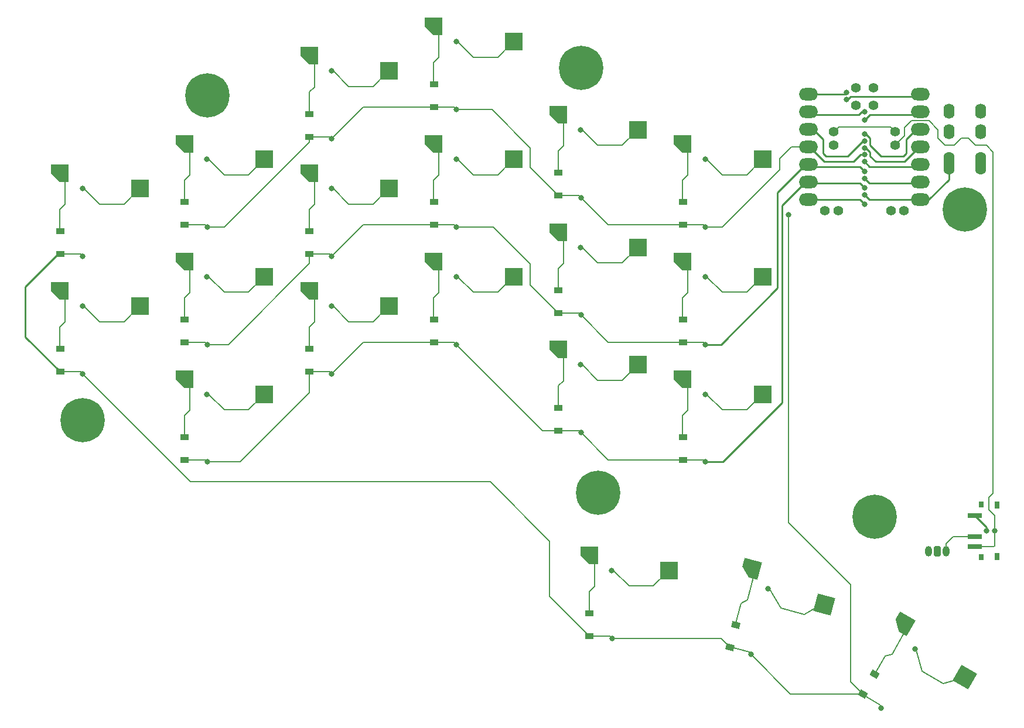
<source format=gbl>
G04 #@! TF.GenerationSoftware,KiCad,Pcbnew,(6.0.5-0)*
G04 #@! TF.CreationDate,2023-02-07T22:55:57+01:00*
G04 #@! TF.ProjectId,awokb,61776f6b-622e-46b6-9963-61645f706362,rev?*
G04 #@! TF.SameCoordinates,Original*
G04 #@! TF.FileFunction,Copper,L2,Bot*
G04 #@! TF.FilePolarity,Positive*
%FSLAX46Y46*%
G04 Gerber Fmt 4.6, Leading zero omitted, Abs format (unit mm)*
G04 Created by KiCad (PCBNEW (6.0.5-0)) date 2023-02-07 22:55:57*
%MOMM*%
%LPD*%
G01*
G04 APERTURE LIST*
G04 Aperture macros list*
%AMRoundRect*
0 Rectangle with rounded corners*
0 $1 Rounding radius*
0 $2 $3 $4 $5 $6 $7 $8 $9 X,Y pos of 4 corners*
0 Add a 4 corners polygon primitive as box body*
4,1,4,$2,$3,$4,$5,$6,$7,$8,$9,$2,$3,0*
0 Add four circle primitives for the rounded corners*
1,1,$1+$1,$2,$3*
1,1,$1+$1,$4,$5*
1,1,$1+$1,$6,$7*
1,1,$1+$1,$8,$9*
0 Add four rect primitives between the rounded corners*
20,1,$1+$1,$2,$3,$4,$5,0*
20,1,$1+$1,$4,$5,$6,$7,0*
20,1,$1+$1,$6,$7,$8,$9,0*
20,1,$1+$1,$8,$9,$2,$3,0*%
%AMRotRect*
0 Rectangle, with rotation*
0 The origin of the aperture is its center*
0 $1 length*
0 $2 width*
0 $3 Rotation angle, in degrees counterclockwise*
0 Add horizontal line*
21,1,$1,$2,0,0,$3*%
%AMOutline5P*
0 Free polygon, 5 corners , with rotation*
0 The origin of the aperture is its center*
0 number of corners: always 5*
0 $1 to $10 corner X, Y*
0 $11 Rotation angle, in degrees counterclockwise*
0 create outline with 5 corners*
4,1,5,$1,$2,$3,$4,$5,$6,$7,$8,$9,$10,$1,$2,$11*%
%AMOutline6P*
0 Free polygon, 6 corners , with rotation*
0 The origin of the aperture is its center*
0 number of corners: always 6*
0 $1 to $12 corner X, Y*
0 $13 Rotation angle, in degrees counterclockwise*
0 create outline with 6 corners*
4,1,6,$1,$2,$3,$4,$5,$6,$7,$8,$9,$10,$11,$12,$1,$2,$13*%
%AMOutline7P*
0 Free polygon, 7 corners , with rotation*
0 The origin of the aperture is its center*
0 number of corners: always 7*
0 $1 to $14 corner X, Y*
0 $15 Rotation angle, in degrees counterclockwise*
0 create outline with 7 corners*
4,1,7,$1,$2,$3,$4,$5,$6,$7,$8,$9,$10,$11,$12,$13,$14,$1,$2,$15*%
%AMOutline8P*
0 Free polygon, 8 corners , with rotation*
0 The origin of the aperture is its center*
0 number of corners: always 8*
0 $1 to $16 corner X, Y*
0 $17 Rotation angle, in degrees counterclockwise*
0 create outline with 8 corners*
4,1,8,$1,$2,$3,$4,$5,$6,$7,$8,$9,$10,$11,$12,$13,$14,$15,$16,$1,$2,$17*%
G04 Aperture macros list end*
G04 #@! TA.AperFunction,SMDPad,CuDef*
%ADD10RotRect,2.600000X2.600000X165.000000*%
G04 #@! TD*
G04 #@! TA.AperFunction,SMDPad,CuDef*
%ADD11RotRect,0.900000X1.200000X75.000000*%
G04 #@! TD*
G04 #@! TA.AperFunction,SMDPad,CuDef*
%ADD12Outline5P,-1.300000X1.300000X0.000000X1.300000X1.300000X0.000000X1.300000X-1.300000X-1.300000X-1.300000X165.000000*%
G04 #@! TD*
G04 #@! TA.AperFunction,SMDPad,CuDef*
%ADD13R,2.600000X2.600000*%
G04 #@! TD*
G04 #@! TA.AperFunction,SMDPad,CuDef*
%ADD14R,1.200000X0.900000*%
G04 #@! TD*
G04 #@! TA.AperFunction,SMDPad,CuDef*
%ADD15Outline5P,-1.300000X1.300000X0.000000X1.300000X1.300000X0.000000X1.300000X-1.300000X-1.300000X-1.300000X180.000000*%
G04 #@! TD*
G04 #@! TA.AperFunction,ComponentPad*
%ADD16O,1.600000X3.300000*%
G04 #@! TD*
G04 #@! TA.AperFunction,ComponentPad*
%ADD17O,1.600000X2.200000*%
G04 #@! TD*
G04 #@! TA.AperFunction,ComponentPad*
%ADD18C,0.800000*%
G04 #@! TD*
G04 #@! TA.AperFunction,ComponentPad*
%ADD19C,6.400000*%
G04 #@! TD*
G04 #@! TA.AperFunction,SMDPad,CuDef*
%ADD20RotRect,2.600000X2.600000X150.000000*%
G04 #@! TD*
G04 #@! TA.AperFunction,SMDPad,CuDef*
%ADD21RotRect,0.900000X1.200000X60.000000*%
G04 #@! TD*
G04 #@! TA.AperFunction,SMDPad,CuDef*
%ADD22Outline5P,-1.300000X1.300000X0.000000X1.300000X1.300000X0.000000X1.300000X-1.300000X-1.300000X-1.300000X150.000000*%
G04 #@! TD*
G04 #@! TA.AperFunction,SMDPad,CuDef*
%ADD23R,2.000000X0.800000*%
G04 #@! TD*
G04 #@! TA.AperFunction,SMDPad,CuDef*
%ADD24R,0.800000X1.000000*%
G04 #@! TD*
G04 #@! TA.AperFunction,SMDPad,CuDef*
%ADD25R,0.800000X0.900000*%
G04 #@! TD*
G04 #@! TA.AperFunction,ComponentPad*
%ADD26RoundRect,0.208333X0.291667X0.541667X-0.291667X0.541667X-0.291667X-0.541667X0.291667X-0.541667X0*%
G04 #@! TD*
G04 #@! TA.AperFunction,ComponentPad*
%ADD27O,1.000000X1.500000*%
G04 #@! TD*
G04 #@! TA.AperFunction,SMDPad,CuDef*
%ADD28O,2.750000X1.800000*%
G04 #@! TD*
G04 #@! TA.AperFunction,ComponentPad*
%ADD29C,1.397000*%
G04 #@! TD*
G04 #@! TA.AperFunction,ViaPad*
%ADD30C,0.800000*%
G04 #@! TD*
G04 #@! TA.AperFunction,Conductor*
%ADD31C,0.200000*%
G04 #@! TD*
G04 #@! TA.AperFunction,Conductor*
%ADD32C,0.250000*%
G04 #@! TD*
G04 APERTURE END LIST*
D10*
X140156903Y-131638509D03*
D11*
X126565827Y-137831915D03*
D12*
X129569861Y-126524112D03*
D11*
X127419929Y-134644359D03*
D13*
X95275005Y-84250000D03*
D14*
X83750005Y-93750000D03*
X83750005Y-90450000D03*
D15*
X83725005Y-82050000D03*
D16*
X158205000Y-67832500D03*
X162805000Y-67832500D03*
D17*
X158205000Y-63292500D03*
X162805000Y-63292500D03*
X162805000Y-60292500D03*
X158205000Y-60292500D03*
D18*
X102600000Y-54000000D03*
D19*
X105000000Y-54000000D03*
D18*
X103302944Y-55697056D03*
X106697056Y-55697056D03*
X105000000Y-56400000D03*
X107400000Y-54000000D03*
X105000000Y-51600000D03*
X103302944Y-52302944D03*
X106697056Y-52302944D03*
D13*
X77275012Y-88499994D03*
D14*
X65750012Y-97999994D03*
D15*
X65725012Y-86299994D03*
D14*
X65750012Y-94699994D03*
D19*
X147500000Y-119000000D03*
D13*
X95275004Y-67249994D03*
D14*
X83750004Y-76749994D03*
D15*
X83725004Y-65049994D03*
D14*
X83750004Y-73449994D03*
D13*
X59275003Y-101249998D03*
D14*
X47750003Y-110749998D03*
X47750003Y-107449998D03*
D15*
X47725003Y-99049998D03*
D13*
X113275005Y-62999995D03*
D14*
X101750005Y-72499995D03*
X101750005Y-69199995D03*
D15*
X101725005Y-60799995D03*
D13*
X131275002Y-101249992D03*
D14*
X119750002Y-110749992D03*
X119750002Y-107449992D03*
D15*
X119725002Y-99049992D03*
D13*
X113275007Y-97000004D03*
D14*
X101750007Y-106500004D03*
D15*
X101725007Y-94800004D03*
D14*
X101750007Y-103200004D03*
D13*
X95274996Y-50249992D03*
D14*
X83749996Y-59749992D03*
X83749996Y-56449992D03*
D15*
X83724996Y-48049992D03*
D13*
X117775006Y-126749998D03*
D14*
X106250006Y-136249998D03*
X106250006Y-132949998D03*
D15*
X106225006Y-124549998D03*
D13*
X131275004Y-67249988D03*
D14*
X119750004Y-76749988D03*
X119750004Y-73449988D03*
D15*
X119725004Y-65049988D03*
D13*
X41275004Y-88499997D03*
D14*
X29750004Y-97999997D03*
D15*
X29725004Y-86299997D03*
D14*
X29750004Y-94699997D03*
D20*
X160510926Y-142153298D03*
D21*
X145779983Y-144618039D03*
D22*
X151608333Y-134473042D03*
D21*
X147429983Y-141760155D03*
D13*
X59275000Y-67250000D03*
D14*
X47750000Y-76750000D03*
D15*
X47725000Y-65050000D03*
D14*
X47750000Y-73450000D03*
D13*
X77275010Y-71499988D03*
D14*
X65750010Y-80999988D03*
X65750010Y-77699988D03*
D15*
X65725010Y-69299988D03*
D18*
X158802944Y-76197056D03*
X162197056Y-72802944D03*
X158100000Y-74500000D03*
D19*
X160500000Y-74500000D03*
D18*
X162900000Y-74500000D03*
X160500000Y-76900000D03*
X162197056Y-76197056D03*
X158802944Y-72802944D03*
X160500000Y-72100000D03*
D13*
X131275003Y-84249993D03*
D14*
X119750003Y-93749993D03*
X119750003Y-90449993D03*
D15*
X119725003Y-82049993D03*
D18*
X34697056Y-106697056D03*
X33000000Y-107400000D03*
D19*
X33000000Y-105000000D03*
D18*
X30600000Y-105000000D03*
X34697056Y-103302944D03*
X31302944Y-106697056D03*
X33000000Y-102600000D03*
X31302944Y-103302944D03*
X35400000Y-105000000D03*
D19*
X51000000Y-58000000D03*
D18*
X52697056Y-56302944D03*
X53400000Y-58000000D03*
X49302944Y-59697056D03*
X51000000Y-55600000D03*
X51000000Y-60400000D03*
X52697056Y-59697056D03*
X49302944Y-56302944D03*
X48600000Y-58000000D03*
X105100000Y-115500000D03*
X105802944Y-113802944D03*
X107500000Y-113100000D03*
X109197056Y-113802944D03*
X107500000Y-117900000D03*
D19*
X107500000Y-115500000D03*
D18*
X109900000Y-115500000D03*
X109197056Y-117197056D03*
X105802944Y-117197056D03*
D13*
X113275006Y-80000002D03*
D14*
X101750006Y-89500002D03*
X101750006Y-86200002D03*
D15*
X101725006Y-77800002D03*
D13*
X41275007Y-71499997D03*
D14*
X29750007Y-80999997D03*
D15*
X29725007Y-69299997D03*
D14*
X29750007Y-77699997D03*
D23*
X161900000Y-121823000D03*
D24*
X165125000Y-117250000D03*
D25*
X162875000Y-117200000D03*
X162875000Y-124800000D03*
D24*
X165125000Y-124750000D03*
D23*
X161900000Y-123323000D03*
X161900000Y-118823000D03*
D19*
X147500000Y-119000000D03*
D18*
X147500000Y-121400000D03*
X147500000Y-116600000D03*
X145802944Y-117302944D03*
X149197056Y-120697056D03*
X149900000Y-119000000D03*
X145100000Y-119000000D03*
X149197056Y-117302944D03*
X145802944Y-120697056D03*
D13*
X77275006Y-54499999D03*
D14*
X65750006Y-63999999D03*
X65750006Y-60699999D03*
D15*
X65725006Y-52299999D03*
D26*
X156500000Y-124000000D03*
D27*
X155250000Y-124000000D03*
X157750000Y-124000000D03*
D28*
X154094960Y-57880000D03*
X154094960Y-60420000D03*
X154094960Y-62960000D03*
X154094960Y-65500000D03*
X154094960Y-68040000D03*
X154094960Y-70580000D03*
X154094960Y-73120000D03*
X137905040Y-73120000D03*
X137905040Y-70580000D03*
X137905040Y-68040000D03*
X137905040Y-65500000D03*
X137905040Y-62960000D03*
X137905040Y-60420000D03*
X137905040Y-57880000D03*
D29*
X147270000Y-56928000D03*
X144730000Y-56928000D03*
X147270000Y-56928000D03*
X144730000Y-56928000D03*
X147270000Y-59468000D03*
X144730000Y-59468000D03*
X144730000Y-59468000D03*
X147270000Y-59468000D03*
X150445000Y-65183000D03*
X141555000Y-65183000D03*
X141555000Y-63278000D03*
X150445000Y-63278000D03*
X149810000Y-74708000D03*
X142190000Y-74708000D03*
X151715000Y-74708000D03*
X140285000Y-74708000D03*
D13*
X59275006Y-84250000D03*
D14*
X47750006Y-93750000D03*
D15*
X47725006Y-82050000D03*
D14*
X47750006Y-90450000D03*
D30*
X146000000Y-72400000D03*
X146000000Y-73800000D03*
X146000000Y-60400000D03*
X143400000Y-57600000D03*
X146000000Y-64600000D03*
X50975000Y-84250000D03*
X50975000Y-67250000D03*
X50975000Y-101250000D03*
X32975000Y-71500000D03*
X143400000Y-58600000D03*
X105000000Y-72800000D03*
X51000000Y-77050000D03*
X146000000Y-66600000D03*
X123000000Y-77050000D03*
X69000000Y-64300000D03*
X87000000Y-60050000D03*
X51000000Y-94050000D03*
X87000000Y-77050000D03*
X146000000Y-69000000D03*
X69000000Y-81300000D03*
X123000000Y-94050000D03*
X105000000Y-89800000D03*
X105000000Y-106800000D03*
X146000000Y-71400000D03*
X69000000Y-98300000D03*
X51000000Y-111050000D03*
X87000000Y-94050000D03*
X123000000Y-111050000D03*
X146000000Y-70000000D03*
X135000000Y-75300000D03*
X33000000Y-81300000D03*
X109500000Y-136550000D03*
X129561613Y-138880940D03*
X33000000Y-98300000D03*
X148414583Y-146634808D03*
X68975000Y-71500000D03*
X146000000Y-61600000D03*
X32975000Y-88500000D03*
X68975000Y-54500000D03*
X68975000Y-88500000D03*
X109475000Y-126750000D03*
X86975000Y-84250000D03*
X86975000Y-50250000D03*
X86975000Y-67250000D03*
X146000000Y-63600000D03*
X104975000Y-80000000D03*
X104975000Y-97000000D03*
X104975000Y-63000000D03*
X132073891Y-129408396D03*
X146000000Y-65600000D03*
X122975000Y-84250000D03*
X153292931Y-138135259D03*
X122975000Y-67250000D03*
X146000000Y-67600000D03*
X122975000Y-101250000D03*
X164800000Y-121000000D03*
X163600000Y-121000000D03*
D31*
X30475000Y-73800000D02*
X30475000Y-70125000D01*
X65725000Y-91550000D02*
X66475000Y-90800000D01*
X83725000Y-53300000D02*
X84475000Y-52550000D01*
X83725000Y-56500000D02*
X83725000Y-53300000D01*
X48475000Y-69550000D02*
X48475000Y-65875000D01*
X65725000Y-57550000D02*
X66475000Y-56800000D01*
X101725000Y-86250000D02*
X101725000Y-83050000D01*
X48475000Y-86550000D02*
X48475000Y-82875000D01*
X101725000Y-100050000D02*
X102475000Y-99300000D01*
X119725000Y-90500000D02*
X119725000Y-87300000D01*
X30475000Y-87125000D02*
X29700000Y-86350000D01*
X119725000Y-70300000D02*
X120475000Y-69550000D01*
X101725000Y-66050000D02*
X102475000Y-65300000D01*
X47725000Y-73500000D02*
X47725000Y-70300000D01*
X47725000Y-104300000D02*
X48475000Y-103550000D01*
X83725000Y-73500000D02*
X83725000Y-70300000D01*
X48475000Y-103550000D02*
X48475000Y-99875000D01*
X47725000Y-70300000D02*
X48475000Y-69550000D01*
X120475000Y-65875000D02*
X119700000Y-65100000D01*
X101725000Y-103250000D02*
X101725000Y-100050000D01*
X129063794Y-130982978D02*
X130014954Y-127433201D01*
X106225000Y-133000000D02*
X106225000Y-129800000D01*
X84475000Y-48875000D02*
X83700000Y-48100000D01*
X84475000Y-52550000D02*
X84475000Y-48875000D01*
X120475000Y-103550000D02*
X120475000Y-99875000D01*
X101725000Y-83050000D02*
X102475000Y-82300000D01*
X65725000Y-77750000D02*
X65725000Y-74550000D01*
X119725000Y-104300000D02*
X120475000Y-103550000D01*
X102475000Y-78625000D02*
X101700000Y-77850000D01*
X30475000Y-90800000D02*
X30475000Y-87125000D01*
X148953349Y-139151636D02*
X149977869Y-138877118D01*
X30475000Y-70125000D02*
X29700000Y-69350000D01*
X29725000Y-77750000D02*
X29725000Y-74550000D01*
X120475000Y-82875000D02*
X119700000Y-82100000D01*
X47725000Y-107500000D02*
X47725000Y-104300000D01*
X66475000Y-73800000D02*
X66475000Y-70125000D01*
X106975000Y-125375000D02*
X106200000Y-124600000D01*
X106975000Y-129050000D02*
X106975000Y-125375000D01*
X119725000Y-73500000D02*
X119725000Y-70300000D01*
X84475000Y-86550000D02*
X84475000Y-82875000D01*
X66475000Y-87125000D02*
X65700000Y-86350000D01*
X130014954Y-127433201D02*
X129466946Y-126484023D01*
X47725000Y-87300000D02*
X48475000Y-86550000D01*
X102475000Y-65300000D02*
X102475000Y-61625000D01*
X120475000Y-86550000D02*
X120475000Y-82875000D01*
X48475000Y-82875000D02*
X47700000Y-82100000D01*
X119725000Y-87300000D02*
X120475000Y-86550000D01*
X127317013Y-134604270D02*
X128145235Y-131513308D01*
X47725000Y-90500000D02*
X47725000Y-87300000D01*
X120475000Y-69550000D02*
X120475000Y-65875000D01*
X120475000Y-99875000D02*
X119700000Y-99100000D01*
X48475000Y-65875000D02*
X47700000Y-65100000D01*
X102475000Y-95625000D02*
X101700000Y-94850000D01*
X83725000Y-87300000D02*
X84475000Y-86550000D01*
X66475000Y-56800000D02*
X66475000Y-53125000D01*
X29725000Y-91550000D02*
X30475000Y-90800000D01*
X65725000Y-60750000D02*
X65725000Y-57550000D01*
X66475000Y-70125000D02*
X65700000Y-69350000D01*
X101725000Y-69250000D02*
X101725000Y-66050000D01*
X106225000Y-129800000D02*
X106975000Y-129050000D01*
X65725000Y-74550000D02*
X66475000Y-73800000D01*
X102475000Y-99300000D02*
X102475000Y-95625000D01*
X128145235Y-131513308D02*
X129063794Y-130982978D01*
X83725000Y-90500000D02*
X83725000Y-87300000D01*
X149977869Y-138877118D02*
X151815369Y-135694475D01*
X102475000Y-61625000D02*
X101700000Y-60850000D01*
X84475000Y-65875000D02*
X83700000Y-65100000D01*
X84475000Y-82875000D02*
X83700000Y-82100000D01*
X48475000Y-99875000D02*
X47700000Y-99100000D01*
X84475000Y-69550000D02*
X84475000Y-65875000D01*
X147353349Y-141922917D02*
X148953349Y-139151636D01*
X66475000Y-53125000D02*
X65700000Y-52350000D01*
X102475000Y-82300000D02*
X102475000Y-78625000D01*
X29725000Y-74550000D02*
X30475000Y-73800000D01*
X66475000Y-90800000D02*
X66475000Y-87125000D01*
X151815369Y-135694475D02*
X151531698Y-134635804D01*
X65725000Y-94750000D02*
X65725000Y-91550000D01*
X29725000Y-94750000D02*
X29725000Y-91550000D01*
X83725000Y-70300000D02*
X84475000Y-69550000D01*
X119725000Y-107500000D02*
X119725000Y-104300000D01*
D32*
X154569960Y-73120000D02*
X146720000Y-73120000D01*
X154569960Y-73120000D02*
X155280000Y-73120000D01*
X146720000Y-73120000D02*
X146000000Y-72400000D01*
X155280000Y-73120000D02*
X158205000Y-70195000D01*
X158205000Y-70195000D02*
X158205000Y-67832500D01*
X145320000Y-73120000D02*
X146000000Y-73800000D01*
X137430040Y-73120000D02*
X145320000Y-73120000D01*
X137430040Y-60420000D02*
X138620000Y-60420000D01*
X139000000Y-60800000D02*
X145200000Y-60800000D01*
X138620000Y-60420000D02*
X139000000Y-60800000D01*
X145600000Y-60400000D02*
X146000000Y-60400000D01*
X145200000Y-60800000D02*
X145600000Y-60400000D01*
X143120000Y-57880000D02*
X143400000Y-57600000D01*
X137430040Y-57880000D02*
X143120000Y-57880000D01*
D31*
X158777000Y-121823000D02*
X157750000Y-122850000D01*
X161900000Y-121823000D02*
X158777000Y-121823000D01*
X157750000Y-122850000D02*
X157750000Y-124000000D01*
D32*
X143600000Y-66800000D02*
X145800000Y-64600000D01*
X140000000Y-66400000D02*
X140400000Y-66800000D01*
X140000000Y-64400000D02*
X140000000Y-66400000D01*
X145800000Y-64600000D02*
X146000000Y-64600000D01*
X137430040Y-62960000D02*
X138560000Y-62960000D01*
X138560000Y-62960000D02*
X140000000Y-64400000D01*
X140400000Y-66800000D02*
X143600000Y-66800000D01*
X143600000Y-58600000D02*
X144000000Y-58200000D01*
D31*
X51200000Y-67250000D02*
X50950000Y-67250000D01*
X38950000Y-73750000D02*
X35450000Y-73750000D01*
X51200000Y-84250000D02*
X50950000Y-84250000D01*
X56950000Y-103500000D02*
X53450000Y-103500000D01*
D32*
X144000000Y-58200000D02*
X154249960Y-58200000D01*
X143400000Y-58600000D02*
X143600000Y-58600000D01*
D31*
X53450000Y-86500000D02*
X51200000Y-84250000D01*
X35450000Y-73750000D02*
X33200000Y-71500000D01*
X59225000Y-101250000D02*
X56975000Y-103500000D01*
X59225000Y-84250000D02*
X56975000Y-86500000D01*
X56950000Y-86500000D02*
X53450000Y-86500000D01*
X56950000Y-69500000D02*
X53450000Y-69500000D01*
X59225000Y-67250000D02*
X56975000Y-69500000D01*
X53450000Y-103500000D02*
X51200000Y-101250000D01*
X51200000Y-101250000D02*
X50950000Y-101250000D01*
X53450000Y-69500000D02*
X51200000Y-67250000D01*
X56975000Y-86500000D02*
X56950000Y-86500000D01*
D32*
X154249960Y-58200000D02*
X154569960Y-57880000D01*
D31*
X33200000Y-71500000D02*
X32950000Y-71500000D01*
X56975000Y-103500000D02*
X56950000Y-103500000D01*
X38975000Y-73750000D02*
X38950000Y-73750000D01*
X56975000Y-69500000D02*
X56950000Y-69500000D01*
X41225000Y-71500000D02*
X38975000Y-73750000D01*
X97700000Y-65600000D02*
X97700000Y-68449990D01*
X92150000Y-60050000D02*
X97700000Y-65600000D01*
X50700000Y-76750000D02*
X51000000Y-77050000D01*
X119750000Y-76750000D02*
X122700000Y-76750000D01*
D32*
X144400000Y-67600000D02*
X145382141Y-66617859D01*
X140200000Y-67600000D02*
X144400000Y-67600000D01*
D31*
X135400000Y-65500000D02*
X137430040Y-65500000D01*
X53450000Y-77050000D02*
X65750006Y-64749994D01*
X125450000Y-77050000D02*
X133700000Y-68800000D01*
D32*
X145382141Y-66617859D02*
X145400000Y-66600000D01*
D31*
X86700000Y-59750000D02*
X87000000Y-60050000D01*
X47750000Y-76750000D02*
X50700000Y-76750000D01*
X65750006Y-64749994D02*
X65750006Y-63999999D01*
X68700000Y-64000000D02*
X69000000Y-64300000D01*
X133700000Y-68800000D02*
X133700000Y-67200000D01*
X122700000Y-76750000D02*
X123000000Y-77050000D01*
X133700000Y-67200000D02*
X135400000Y-65500000D01*
X97700000Y-68449990D02*
X101750005Y-72499995D01*
X104700000Y-72500000D02*
X105000000Y-72800000D01*
D32*
X137430040Y-65500000D02*
X138100000Y-65500000D01*
D31*
X105000000Y-72800000D02*
X108949988Y-76749988D01*
X101750000Y-72500000D02*
X104700000Y-72500000D01*
X87000000Y-60050000D02*
X92150000Y-60050000D01*
D32*
X138100000Y-65500000D02*
X140200000Y-67600000D01*
X145400000Y-66600000D02*
X146000000Y-66600000D01*
D31*
X51000000Y-77050000D02*
X53450000Y-77050000D01*
X73550008Y-59749992D02*
X83749996Y-59749992D01*
X83750000Y-59750000D02*
X86700000Y-59750000D01*
X65750000Y-64000000D02*
X68700000Y-64000000D01*
X69000000Y-64300000D02*
X73550008Y-59749992D01*
X108949988Y-76749988D02*
X119750004Y-76749988D01*
X123000000Y-77050000D02*
X125450000Y-77050000D01*
X104700000Y-89500000D02*
X105000000Y-89800000D01*
X68700000Y-81000000D02*
X69000000Y-81300000D01*
X87000000Y-77050000D02*
X92350000Y-77050000D01*
X73550006Y-76749994D02*
X83750004Y-76749994D01*
X50700000Y-93750000D02*
X51000000Y-94050000D01*
D32*
X133400000Y-72070040D02*
X133400000Y-85900000D01*
D31*
X47750000Y-93750000D02*
X50700000Y-93750000D01*
X54050000Y-94050000D02*
X65750010Y-82349990D01*
D32*
X145320000Y-68320000D02*
X146000000Y-69000000D01*
D31*
X101750000Y-89500000D02*
X104700000Y-89500000D01*
X65750000Y-81000000D02*
X68700000Y-81000000D01*
X119750000Y-93750000D02*
X122700000Y-93750000D01*
X122700000Y-93750000D02*
X123000000Y-94050000D01*
X92350000Y-77050000D02*
X97700000Y-82400000D01*
X108949993Y-93749993D02*
X119750003Y-93749993D01*
X86700000Y-76750000D02*
X87000000Y-77050000D01*
X83750000Y-76750000D02*
X86700000Y-76750000D01*
X51000000Y-94050000D02*
X54050000Y-94050000D01*
X105000000Y-89800000D02*
X108949993Y-93749993D01*
X65750010Y-82349990D02*
X65750010Y-80999988D01*
D32*
X133400000Y-85900000D02*
X125250000Y-94050000D01*
D31*
X97700000Y-85449996D02*
X101750006Y-89500002D01*
D32*
X137430040Y-68320000D02*
X145320000Y-68320000D01*
X125250000Y-94050000D02*
X123000000Y-94050000D01*
X137430040Y-68040000D02*
X133400000Y-72070040D01*
D31*
X97700000Y-82400000D02*
X97700000Y-85449996D01*
X69000000Y-81300000D02*
X73550006Y-76749994D01*
X99450004Y-106500004D02*
X101750007Y-106500004D01*
D32*
X137430040Y-70580000D02*
X134100000Y-73910040D01*
D31*
X68700000Y-98000000D02*
X69000000Y-98300000D01*
X50700000Y-110750000D02*
X51000000Y-111050000D01*
D32*
X134100000Y-102500000D02*
X125550000Y-111050000D01*
D31*
X73550000Y-93750000D02*
X83750005Y-93750000D01*
D32*
X145320000Y-70720000D02*
X146000000Y-71400000D01*
D31*
X87000000Y-94050000D02*
X99450004Y-106500004D01*
X47750000Y-110750000D02*
X50700000Y-110750000D01*
X55750000Y-111050000D02*
X65750012Y-101049988D01*
D32*
X137430040Y-70720000D02*
X145320000Y-70720000D01*
X125550000Y-111050000D02*
X123000000Y-111050000D01*
D31*
X65750000Y-98000000D02*
X68700000Y-98000000D01*
X83750000Y-93750000D02*
X86700000Y-93750000D01*
D32*
X134100000Y-73910040D02*
X134100000Y-102500000D01*
D31*
X101750000Y-106500000D02*
X104700000Y-106500000D01*
X65750012Y-101049988D02*
X65750012Y-97999994D01*
X104700000Y-106500000D02*
X105000000Y-106800000D01*
X69000000Y-98300000D02*
X73550000Y-93750000D01*
X51000000Y-111050000D02*
X55750000Y-111050000D01*
X105000000Y-106800000D02*
X108949992Y-110749992D01*
X122700000Y-110750000D02*
X123000000Y-111050000D01*
X119750000Y-110750000D02*
X122700000Y-110750000D01*
X108949992Y-110749992D02*
X119750002Y-110749992D01*
X86700000Y-93750000D02*
X87000000Y-94050000D01*
X145750000Y-144750000D02*
X148304775Y-146224999D01*
D32*
X29750007Y-80999997D02*
X29400003Y-80999997D01*
D31*
X144000489Y-142838545D02*
X144000489Y-128800489D01*
X32700000Y-81000000D02*
X33000000Y-81300000D01*
X109200000Y-136250000D02*
X109500000Y-136550000D01*
X129349481Y-138513516D02*
X129561613Y-138880940D01*
X106250000Y-136250000D02*
X109200000Y-136250000D01*
X135000000Y-101900000D02*
X135000000Y-75300000D01*
X33000000Y-98300000D02*
X48600000Y-113900000D01*
X100500000Y-122500000D02*
X100500000Y-130499992D01*
X126500000Y-137750000D02*
X129349481Y-138513516D01*
D32*
X29400003Y-80999997D02*
X24700000Y-85700000D01*
D31*
X135800000Y-120600000D02*
X135000000Y-119800000D01*
X29750000Y-81000000D02*
X32700000Y-81000000D01*
X100500000Y-130499992D02*
X106250006Y-136249998D01*
D32*
X154569960Y-70720000D02*
X146720000Y-70720000D01*
X146720000Y-70720000D02*
X146000000Y-70000000D01*
D31*
X144000489Y-128800489D02*
X135800000Y-120600000D01*
D32*
X24700000Y-85700000D02*
X24700000Y-92949993D01*
D31*
X48600000Y-113900000D02*
X91900000Y-113900000D01*
X91900000Y-113900000D02*
X100500000Y-122500000D01*
X135298712Y-144618039D02*
X145779983Y-144618039D01*
X129561613Y-138880940D02*
X135298712Y-144618039D01*
X29750000Y-98000000D02*
X32700000Y-98000000D01*
D32*
X24700000Y-92949993D02*
X29750004Y-97999997D01*
D31*
X109500000Y-136550000D02*
X125283912Y-136550000D01*
X135000000Y-119800000D02*
X135000000Y-101900000D01*
X145779983Y-144618039D02*
X144000489Y-142838545D01*
X32700000Y-98000000D02*
X33000000Y-98300000D01*
X125283912Y-136550000D02*
X126565827Y-137831915D01*
X148304775Y-146224999D02*
X148414583Y-146634808D01*
X33200000Y-88500000D02*
X32950000Y-88500000D01*
X77225000Y-71500000D02*
X74975000Y-73750000D01*
X74975000Y-73750000D02*
X74950000Y-73750000D01*
X74950000Y-56750000D02*
X71450000Y-56750000D01*
D32*
X146800000Y-60800000D02*
X153000000Y-60800000D01*
D31*
X71450000Y-90750000D02*
X69200000Y-88500000D01*
X38950000Y-90750000D02*
X35450000Y-90750000D01*
D32*
X153000000Y-60800000D02*
X153380000Y-60420000D01*
D31*
X35450000Y-90750000D02*
X33200000Y-88500000D01*
X69200000Y-88500000D02*
X68950000Y-88500000D01*
X74950000Y-73750000D02*
X71450000Y-73750000D01*
X69200000Y-71500000D02*
X68950000Y-71500000D01*
X77225000Y-54500000D02*
X74975000Y-56750000D01*
X69200000Y-54500000D02*
X68950000Y-54500000D01*
X74975000Y-56750000D02*
X74950000Y-56750000D01*
X41225000Y-88500000D02*
X38975000Y-90750000D01*
X74975000Y-90750000D02*
X74950000Y-90750000D01*
X71450000Y-73750000D02*
X69200000Y-71500000D01*
X71450000Y-56750000D02*
X69200000Y-54500000D01*
D32*
X146000000Y-61600000D02*
X146800000Y-60800000D01*
D31*
X77225000Y-88500000D02*
X74975000Y-90750000D01*
X74950000Y-90750000D02*
X71450000Y-90750000D01*
X38975000Y-90750000D02*
X38950000Y-90750000D01*
D32*
X153380000Y-60420000D02*
X154569960Y-60420000D01*
X146800000Y-65200000D02*
X146800000Y-65000000D01*
X146800000Y-64200000D02*
X146200000Y-63600000D01*
D31*
X87200000Y-84250000D02*
X86950000Y-84250000D01*
X92950000Y-52500000D02*
X89450000Y-52500000D01*
D32*
X146800000Y-65000000D02*
X146800000Y-64200000D01*
D31*
X87200000Y-50250000D02*
X86950000Y-50250000D01*
X111950000Y-129000000D02*
X109700000Y-126750000D01*
X95225000Y-50250000D02*
X92975000Y-52500000D01*
X89450000Y-52500000D02*
X87200000Y-50250000D01*
X92975000Y-69500000D02*
X92950000Y-69500000D01*
X92950000Y-69500000D02*
X89450000Y-69500000D01*
X109700000Y-126750000D02*
X109450000Y-126750000D01*
X89450000Y-69500000D02*
X87200000Y-67250000D01*
X117725000Y-126750000D02*
X115475000Y-129000000D01*
X115450000Y-129000000D02*
X111950000Y-129000000D01*
D32*
X153440000Y-62960000D02*
X152000000Y-64400000D01*
X151600000Y-66800000D02*
X148400000Y-66800000D01*
D31*
X87200000Y-67250000D02*
X86950000Y-67250000D01*
D32*
X146200000Y-63600000D02*
X146000000Y-63600000D01*
X152000000Y-64400000D02*
X152000000Y-66400000D01*
D31*
X92975000Y-86500000D02*
X92950000Y-86500000D01*
X92950000Y-86500000D02*
X89450000Y-86500000D01*
X95225000Y-67250000D02*
X92975000Y-69500000D01*
X89450000Y-86500000D02*
X87200000Y-84250000D01*
D32*
X148400000Y-66800000D02*
X146800000Y-65200000D01*
D31*
X115475000Y-129000000D02*
X115450000Y-129000000D01*
X92975000Y-52500000D02*
X92950000Y-52500000D01*
D32*
X154569960Y-62960000D02*
X153440000Y-62960000D01*
D31*
X95225000Y-84250000D02*
X92975000Y-86500000D01*
D32*
X152000000Y-66400000D02*
X151600000Y-66800000D01*
D31*
X140042780Y-131543654D02*
X137287104Y-133134643D01*
D32*
X146800000Y-66800000D02*
X146800000Y-66200000D01*
D31*
X105200000Y-80000000D02*
X104950000Y-80000000D01*
X132291225Y-129466631D02*
X132049744Y-129401926D01*
X113225000Y-63000000D02*
X110975000Y-65250000D01*
D32*
X147600000Y-67600000D02*
X146800000Y-66800000D01*
D31*
X110950000Y-65250000D02*
X107450000Y-65250000D01*
X105200000Y-63000000D02*
X104950000Y-63000000D01*
X105200000Y-97000000D02*
X104950000Y-97000000D01*
X137262955Y-133128173D02*
X133882216Y-132222306D01*
X110975000Y-82250000D02*
X110950000Y-82250000D01*
X110950000Y-82250000D02*
X107450000Y-82250000D01*
X110975000Y-65250000D02*
X110950000Y-65250000D01*
X113225000Y-80000000D02*
X110975000Y-82250000D01*
X107450000Y-82250000D02*
X105200000Y-80000000D01*
X110950000Y-99250000D02*
X107450000Y-99250000D01*
X107450000Y-65250000D02*
X105200000Y-63000000D01*
D32*
X146200000Y-65600000D02*
X146000000Y-65600000D01*
X154569960Y-65500000D02*
X153900000Y-65500000D01*
X146800000Y-66200000D02*
X146200000Y-65600000D01*
D31*
X137287104Y-133134643D02*
X137262955Y-133128173D01*
X133882216Y-132222306D02*
X132291225Y-129466631D01*
D32*
X153900000Y-65500000D02*
X151800000Y-67600000D01*
D31*
X107450000Y-99250000D02*
X105200000Y-97000000D01*
X113225000Y-97000000D02*
X110975000Y-99250000D01*
X110975000Y-99250000D02*
X110950000Y-99250000D01*
D32*
X151800000Y-67600000D02*
X147600000Y-67600000D01*
D31*
X131225000Y-101250000D02*
X128975000Y-103500000D01*
X123200000Y-101250000D02*
X122950000Y-101250000D01*
X157342433Y-143071316D02*
X154311346Y-141321315D01*
X157364085Y-143083816D02*
X157342433Y-143071316D01*
X128950000Y-103500000D02*
X125450000Y-103500000D01*
X131225000Y-84250000D02*
X128975000Y-86500000D01*
D32*
X146720000Y-68320000D02*
X146000000Y-67600000D01*
D31*
X128950000Y-69500000D02*
X125450000Y-69500000D01*
X128950000Y-86500000D02*
X125450000Y-86500000D01*
D32*
X154569960Y-68320000D02*
X146720000Y-68320000D01*
D31*
X160437641Y-142260259D02*
X157364085Y-143083816D01*
X128975000Y-69500000D02*
X128950000Y-69500000D01*
X123200000Y-67250000D02*
X122950000Y-67250000D01*
X128975000Y-103500000D02*
X128950000Y-103500000D01*
X125450000Y-86500000D02*
X123200000Y-84250000D01*
X154311346Y-141321315D02*
X153487787Y-138247759D01*
X125450000Y-69500000D02*
X123200000Y-67250000D01*
X131225000Y-67250000D02*
X128975000Y-69500000D01*
X153487787Y-138247759D02*
X153271282Y-138122759D01*
X128975000Y-86500000D02*
X128950000Y-86500000D01*
X123200000Y-84250000D02*
X122950000Y-84250000D01*
X125450000Y-103500000D02*
X123200000Y-101250000D01*
X155300000Y-61700000D02*
X156600000Y-63000000D01*
X164600000Y-66200000D02*
X164600000Y-115600000D01*
X162000000Y-65200000D02*
X163600000Y-65200000D01*
X163600000Y-65200000D02*
X164600000Y-66200000D01*
X156600000Y-63000000D02*
X156600000Y-64200000D01*
X164000000Y-116200000D02*
X164000000Y-118000000D01*
X150445000Y-65183000D02*
X151800000Y-63828000D01*
X161900000Y-123323000D02*
X164677000Y-123323000D01*
X164000000Y-118000000D02*
X164800000Y-118800000D01*
X160000000Y-64200000D02*
X161000000Y-64200000D01*
X151800000Y-63828000D02*
X151800000Y-62700000D01*
X151800000Y-62700000D02*
X152800000Y-61700000D01*
X164677000Y-123323000D02*
X164800000Y-123200000D01*
X164800000Y-123200000D02*
X164800000Y-121000000D01*
X159000000Y-65200000D02*
X160000000Y-64200000D01*
X161000000Y-64200000D02*
X162000000Y-65200000D01*
X164800000Y-118800000D02*
X164800000Y-121000000D01*
X156600000Y-64200000D02*
X157600000Y-65200000D01*
X164600000Y-115600000D02*
X164000000Y-116200000D01*
X157600000Y-65200000D02*
X159000000Y-65200000D01*
X152800000Y-61700000D02*
X155300000Y-61700000D01*
D32*
X163600000Y-120523000D02*
X163600000Y-121000000D01*
X161900000Y-118823000D02*
X163600000Y-120523000D01*
D31*
X149746500Y-62579500D02*
X150445000Y-63278000D01*
X141555000Y-63278000D02*
X142253500Y-62579500D01*
X142253500Y-62579500D02*
X149746500Y-62579500D01*
M02*

</source>
